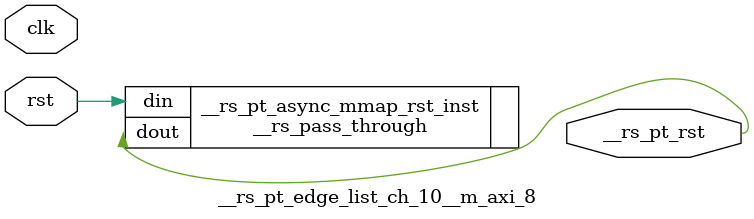
<source format=v>
`timescale 1 ns / 1 ps
/**   Generated by RapidStream   **/
module __rs_pt_edge_list_ch_10__m_axi_8 #(
    parameter BufferSize         = 32,
    parameter BufferSizeLog      = 5,
    parameter AddrWidth          = 64,
    parameter AxiSideAddrWidth   = 64,
    parameter DataWidth          = 512,
    parameter DataWidthBytesLog  = 6,
    parameter WaitTimeWidth      = 4,
    parameter BurstLenWidth      = 8,
    parameter EnableReadChannel  = 1,
    parameter EnableWriteChannel = 1,
    parameter MaxWaitTime        = 3,
    parameter MaxBurstLen        = 15
) (
    output wire __rs_pt_rst,
    input wire  clk,
    input wire  rst
);




__rs_pass_through #(
    .WIDTH (1)
) __rs_pt_async_mmap_rst_inst /**   Generated by RapidStream   **/ (
    .din  (rst),
    .dout (__rs_pt_rst)
);

endmodule  // __rs_pt_edge_list_ch_10__m_axi_8
</source>
